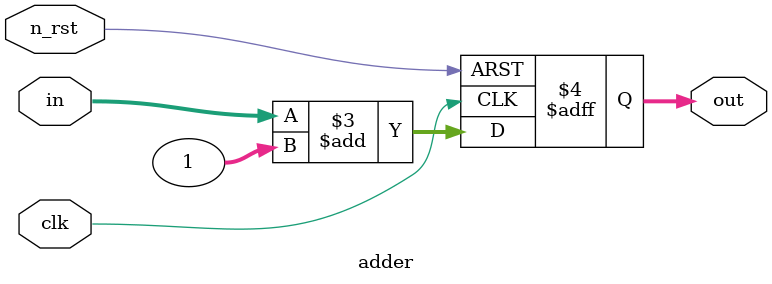
<source format=v>
/*  verilog adder */
`timescale 1ns/10ps

module adder (
    input clk,
    input n_rst,
    input wire [31:0] in,
    output reg [31:0] out
);

always @(posedge clk or negedge n_rst) begin
    if (!n_rst)
        out <= 32'hFFFFFFFF;
    else
        out <= in + 1;
end

endmodule

</source>
